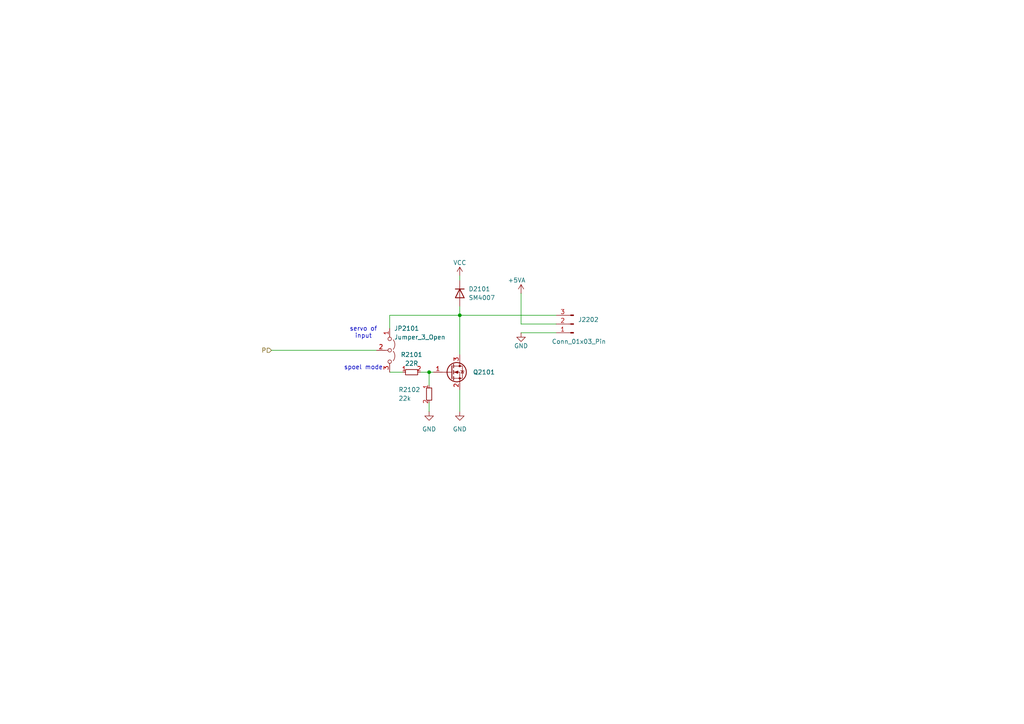
<source format=kicad_sch>
(kicad_sch (version 20231120) (generator "eeschema") (generator_version "8.0")
  (paper "A4")
  (lib_symbols
    (symbol "Connector:Conn_01x03_Pin" (pin_names (offset 1.016) hide)
      (property "Reference" "J" (at 0 5.08 0))
      (property "Value" "Conn_01x03_Pin" (at 0 -5.08 0))
      (symbol "Conn_01x03_Pin_1_1"
        (polyline (pts (xy 1.27 -2.54) (xy 0.8636 -2.54)) (stroke (width 0.1524)))
        (polyline (pts (xy 1.27 0) (xy 0.8636 0)) (stroke (width 0.1524)))
        (polyline (pts (xy 1.27 2.54) (xy 0.8636 2.54)) (stroke (width 0.1524)))
        (rectangle (start 0.8636 -2.413) (end 0 -2.667) (stroke (width 0.1524)) (fill (type outline)))
        (rectangle (start 0.8636 0.127) (end 0 -0.127) (stroke (width 0.1524)) (fill (type outline)))
        (rectangle (start 0.8636 2.667) (end 0 2.413) (stroke (width 0.1524)) (fill (type outline)))
        (pin passive line (at 5.08 2.54 180) (length 3.81) (name "Pin_1") (number "1"))
        (pin passive line (at 5.08 0 180) (length 3.81) (name "Pin_2") (number "2"))
        (pin passive line (at 5.08 -2.54 180) (length 3.81) (name "Pin_3") (number "3"))
      )
    )
    (symbol "Diode:SM4007" (pin_numbers hide) (pin_names hide)
      (property "Reference" "D" (at 0 2.54 0))
      (property "Value" "SM4007" (at 0 -2.54 0))
      (symbol "SM4007_0_1"
        (polyline (pts (xy -1.27 1.27) (xy -1.27 -1.27)) (stroke (width 0.254)))
        (polyline (pts (xy 1.27 0) (xy -1.27 0)))
        (polyline (pts (xy 1.27 1.27) (xy 1.27 -1.27) (xy -1.27 0) (xy 1.27 1.27)) (stroke (width 0.254)))
      )
      (symbol "SM4007_1_1"
        (pin passive line (at -3.81 0 0) (length 2.54) (name "K") (number "1"))
        (pin passive line (at 3.81 0 180) (length 2.54) (name "A") (number "2"))
      )
    )
    (symbol "Jumper:Jumper_3_Open" (pin_names (offset 0) hide) (exclude_from_sim yes) (in_bom no)
      (property "Reference" "JP" (at -2.54 -2.54 0))
      (property "Value" "Jumper_3_Open" (at 0 2.794 0))
      (symbol "Jumper_3_Open_0_0"
        (circle (center -3.302 0) (radius 0.508))
        (circle (center 0 0) (radius 0.508))
        (circle (center 3.302 0) (radius 0.508))
      )
      (symbol "Jumper_3_Open_0_1"
        (arc (start -0.254 1.016) (mid -1.651 1.4992) (end -3.048 1.016))
        (polyline (pts (xy 0 -0.508) (xy 0 -1.27)))
        (arc (start 3.048 1.016) (mid 1.651 1.4992) (end 0.254 1.016))
      )
      (symbol "Jumper_3_Open_1_1"
        (pin passive line (at -6.35 0 0) (length 2.54) (name "A") (number "1"))
        (pin passive line (at 0 -3.81 90) (length 2.54) (name "C") (number "2"))
        (pin passive line (at 6.35 0 180) (length 2.54) (name "B") (number "3"))
      )
    )
    (symbol "custom_kicad_lib_sk:AO3400A" (pin_names hide)
      (property "Reference" "Q" (at 5.08 1.905 0))
      (symbol "AO3400A_0_1"
        (polyline (pts (xy 0.254 0) (xy -2.54 0)))
        (polyline (pts (xy 0.254 1.905) (xy 0.254 -1.905)) (stroke (width 0.254)))
        (polyline (pts (xy 0.762 -1.27) (xy 0.762 -2.286)) (stroke (width 0.254)))
        (polyline (pts (xy 0.762 0.508) (xy 0.762 -0.508)) (stroke (width 0.254)))
        (polyline (pts (xy 0.762 2.286) (xy 0.762 1.27)) (stroke (width 0.254)))
        (polyline (pts (xy 2.54 2.54) (xy 2.54 1.778)))
        (polyline (pts (xy 2.54 -2.54) (xy 2.54 0) (xy 0.762 0)))
        (polyline (pts (xy 0.762 -1.778) (xy 3.302 -1.778) (xy 3.302 1.778) (xy 0.762 1.778)))
        (polyline (pts (xy 1.016 0) (xy 2.032 0.381) (xy 2.032 -0.381) (xy 1.016 0)) (fill (type outline)))
        (polyline (pts (xy 2.794 0.508) (xy 2.921 0.381) (xy 3.683 0.381) (xy 3.81 0.254)))
        (polyline (pts (xy 3.302 0.381) (xy 2.921 -0.254) (xy 3.683 -0.254) (xy 3.302 0.381)))
        (circle (center 1.651 0) (radius 2.794) (stroke (width 0.254)))
        (circle (center 2.54 -1.778) (radius 0.254) (fill (type outline)))
        (circle (center 2.54 1.778) (radius 0.254) (fill (type outline)))
      )
      (symbol "AO3400A_1_1"
        (pin input line (at -5.08 0 0) (length 2.54) (name "G") (number "1"))
        (pin passive line (at 2.54 -5.08 90) (length 2.54) (name "S") (number "2"))
        (pin passive line (at 2.54 5.08 270) (length 2.54) (name "D") (number "3"))
      )
    )
    (symbol "power:+5VA" (power) (pin_numbers hide) (pin_names (offset 0) hide)
      (property "Value" "+5VA" (at 0 3.556 0))
      (symbol "+5VA_0_1"
        (polyline (pts (xy -0.762 1.27) (xy 0 2.54)))
        (polyline (pts (xy 0 0) (xy 0 2.54)))
        (polyline (pts (xy 0 2.54) (xy 0.762 1.27)))
      )
      (symbol "+5VA_1_1"
        (pin power_in line (at 0 0 90) (length 0) (name "~") (number "1"))
      )
    )
    (symbol "power:GND" (power) (pin_numbers hide) (pin_names (offset 0) hide)
      (property "Value" "GND" (at 0 -3.81 0))
      (symbol "GND_0_1"
        (polyline (pts (xy 0 0) (xy 0 -1.27) (xy 1.27 -1.27) (xy 0 -2.54) (xy -1.27 -1.27) (xy 0 -1.27)))
      )
      (symbol "GND_1_1"
        (pin power_in line (at 0 0 270) (length 0) (name "~") (number "1"))
      )
    )
    (symbol "power:VCC" (power) (pin_numbers hide) (pin_names (offset 0) hide)
      (property "Value" "VCC" (at 0 3.556 0))
      (symbol "VCC_0_1"
        (polyline (pts (xy -0.762 1.27) (xy 0 2.54)))
        (polyline (pts (xy 0 0) (xy 0 2.54)))
        (polyline (pts (xy 0 2.54) (xy 0.762 1.27)))
      )
      (symbol "VCC_1_1"
        (pin power_in line (at 0 0 90) (length 0) (name "~") (number "1"))
      )
    )
    (symbol "resistors_0603:R_22R_0603"
      (property "Reference" "R" (at 1.27 2.54 0))
      (property "Value" "22R" (at 2.54 -2.54 0))
      (symbol "R_22R_0603_0_1"
        (rectangle (start -0.762 1.778) (end 0.762 -1.778) (stroke (width 0.2032)))
      )
      (symbol "R_22R_0603_1_1"
        (pin passive line (at 0 2.54 270) (length 0.762) (name "~") (number "1"))
        (pin passive line (at 0 -2.54 90) (length 0.762) (name "~") (number "2"))
      )
    )
    (symbol "resistors_0603:R_22k_0603"
      (property "Reference" "R" (at 1.27 2.54 0))
      (property "Value" "22k" (at 2.54 -2.54 0))
      (symbol "R_22k_0603_0_1"
        (rectangle (start -0.762 1.778) (end 0.762 -1.778) (stroke (width 0.2032)))
      )
      (symbol "R_22k_0603_1_1"
        (pin passive line (at 0 2.54 270) (length 0.762) (name "~") (number "1"))
        (pin passive line (at 0 -2.54 90) (length 0.762) (name "~") (number "2"))
      )
    )
  )
  (junction (at 133.35 91.44))
  (junction (at 124.46 107.95))
  (wire (pts (xy 133.35 88.9) (xy 133.35 91.44)))
  (wire (pts (xy 124.46 107.95) (xy 125.73 107.95)))
  (wire (pts (xy 133.35 113.03) (xy 133.35 119.38)))
  (wire (pts (xy 133.35 80.01) (xy 133.35 81.28)))
  (wire (pts (xy 121.92 107.95) (xy 124.46 107.95)))
  (wire (pts (xy 133.35 91.44) (xy 133.35 102.87)))
  (wire (pts (xy 151.13 93.98) (xy 161.29 93.98)))
  (wire (pts (xy 113.03 91.44) (xy 113.03 95.25)))
  (wire (pts (xy 78.74 101.6) (xy 109.22 101.6)))
  (wire (pts (xy 113.03 91.44) (xy 133.35 91.44)))
  (wire (pts (xy 133.35 91.44) (xy 161.29 91.44)))
  (wire (pts (xy 151.13 85.09) (xy 151.13 93.98)))
  (wire (pts (xy 124.46 107.95) (xy 124.46 111.76)))
  (wire (pts (xy 113.03 107.95) (xy 116.84 107.95)))
  (wire (pts (xy 151.13 96.52) (xy 161.29 96.52)))
  (wire (pts (xy 124.46 116.84) (xy 124.46 119.38)))
  (text "servo of\ninput" (at 105.41 96.52 0) (effects (font (size 1.27 1.27))))
  (text "spoel mode" (at 105.41 106.68 0) (effects (font (size 1.27 1.27))))
  (hierarchical_label "P" (shape input) (at 78.74 101.6 180))
  (symbol (lib_id "power:GND") (at 124.46 119.38 0) (unit 1)
    (property "Reference" "#PWR02204" (effects (hide yes)))
    (property "Value" "GND" (at 124.46 124.46 0))
    (property "Description" "Power symbol creates a global label with name \"GND\" , ground" (effects (hide yes)))
    (instances (project "servoDecoderInCabinet" (path "" (reference "#PWR02204") (unit 1)) (path "" (reference "#PWR02304") (unit 1)) (path "" (reference "#PWR02101") (unit 1)) (path "" (reference "#PWR02401") (unit 1)) (path "" (reference "#PWR02501") (unit 1)) (path "" (reference "#PWR02601") (unit 1)) (path "" (reference "#PWR02701") (unit 1)) (path "" (reference "#PWR02801") (unit 1)) (path "" (reference "#PWR02901") (unit 1)) (path "" (reference "#PWR03001") (unit 1)) (path "" (reference "#PWR03101") (unit 1)) (path "" (reference "#PWR03201") (unit 1)) (path "" (reference "#PWR03301") (unit 1)) (path "" (reference "#PWR03401") (unit 1)) (path "" (reference "#PWR03501") (unit 1)) (path "" (reference "#PWR03601") (unit 1))))
  )
  (symbol (lib_id "power:+5VA") (at 151.13 85.09 0) (unit 1)
    (property "Reference" "#PWR02207" (effects (hide yes)))
    (property "Value" "+5VA" (at 149.86 81.28 0))
    (property "Description" "Power symbol creates a global label with name \"+5VA\"" (effects (hide yes)))
    (instances (project "servoDecoderInCabinet" (path "" (reference "#PWR02207") (unit 1)) (path "" (reference "#PWR02307") (unit 1)) (path "" (reference "#PWR02404") (unit 1)) (path "" (reference "#PWR02504") (unit 1)) (path "" (reference "#PWR02604") (unit 1)) (path "" (reference "#PWR02704") (unit 1)) (path "" (reference "#PWR02804") (unit 1)) (path "" (reference "#PWR02904") (unit 1)) (path "" (reference "#PWR03004") (unit 1)) (path "" (reference "#PWR03104") (unit 1)) (path "" (reference "#PWR03204") (unit 1)) (path "" (reference "#PWR03304") (unit 1)) (path "" (reference "#PWR03404") (unit 1)) (path "" (reference "#PWR03504") (unit 1)) (path "" (reference "#PWR03604") (unit 1)) (path "" (reference "#PWR02104") (unit 1))))
  )
  (symbol (lib_id "resistors_0603:R_22k_0603") (at 124.46 114.3 0) (unit 1)
    (property "Reference" "R2102" (at 115.57 113.03 0) (effects (justify left)))
    (property "Value" "22k" (at 115.57 115.57 0) (effects (justify left)))
    (property "Footprint" "custom_kicad_lib_sk:R_0603_smalltext" (effects (hide yes)))
    (property "JLCPCB Part#" "C31850" (effects (hide yes)))
    (instances (project "servoDecoderInCabinet" (path "" (reference "R2102") (unit 1)) (path "" (reference "R2204") (unit 1)) (path "" (reference "R2304") (unit 1)) (path "" (reference "R2402") (unit 1)) (path "" (reference "R2502") (unit 1)) (path "" (reference "R2602") (unit 1)) (path "" (reference "R2702") (unit 1)) (path "" (reference "R2802") (unit 1)) (path "" (reference "R2902") (unit 1)) (path "" (reference "R3002") (unit 1)) (path "" (reference "R3102") (unit 1)) (path "" (reference "R3202") (unit 1)) (path "" (reference "R3302") (unit 1)) (path "" (reference "R3402") (unit 1)) (path "" (reference "R3502") (unit 1)) (path "" (reference "R3602") (unit 1))))
  )
  (symbol (lib_id "Diode:SM4007") (at 133.35 85.09 270) (unit 1)
    (property "Reference" "D2101" (at 135.89 83.8199 90) (effects (justify left)))
    (property "Value" "SM4007" (at 135.89 86.3599 90) (effects (justify left)))
    (property "Footprint" "Diode_SMD:D_SOD-123F" (effects (hide yes)))
    (property "Datasheet" "http://cdn-reichelt.de/documents/datenblatt/A400/SMD1N400%23DIO.pdf" (effects (hide yes)))
    (property "Description" "1000V 1A General Purpose Rectifier Diode, MELF" (effects (hide yes)))
    (property "Sim.Device" "D" (effects (hide yes)))
    (property "Sim.Pins" "1=K 2=A" (effects (hide yes)))
    (property "JLCPCB Part#" "C64898" (effects (hide yes)))
    (instances (project "servoDecoderInCabinet" (path "" (reference "D2101") (unit 1)) (path "" (reference "D2202") (unit 1)) (path "" (reference "D2302") (unit 1)) (path "" (reference "D2401") (unit 1)) (path "" (reference "D2501") (unit 1)) (path "" (reference "D2601") (unit 1)) (path "" (reference "D2701") (unit 1)) (path "" (reference "D2801") (unit 1)) (path "" (reference "D2901") (unit 1)) (path "" (reference "D3001") (unit 1)) (path "" (reference "D3101") (unit 1)) (path "" (reference "D3201") (unit 1)) (path "" (reference "D3301") (unit 1)) (path "" (reference "D3401") (unit 1)) (path "" (reference "D3501") (unit 1)) (path "" (reference "D3601") (unit 1))))
  )
  (symbol (lib_id "custom_kicad_lib_sk:AO3400A") (at 130.81 107.95 0) (unit 1)
    (property "Reference" "Q2101" (at 137.16 107.95 0) (effects (font (size 1.28 1.28)) (justify left)))
    (property "Value" "AO3400A" (effects (hide yes)))
    (property "Footprint" "Package_TO_SOT_SMD:SOT-23" (effects (hide yes)))
    (property "Datasheet" "http://www.aosmd.com/pdfs/datasheet/AO3400A.pdf" (effects (hide yes)))
    (property "Description" "30V Vds, 5.7A Id, N-Channel MOSFET, SOT-23" (effects (hide yes)))
    (property "JLCPCB Part#" "C20917" (effects (hide yes)))
    (instances (project "servoDecoderInCabinet" (path "" (reference "Q2101") (unit 1)) (path "" (reference "Q2202") (unit 1)) (path "" (reference "Q2302") (unit 1)) (path "" (reference "Q2401") (unit 1)) (path "" (reference "Q2501") (unit 1)) (path "" (reference "Q2601") (unit 1)) (path "" (reference "Q2701") (unit 1)) (path "" (reference "Q2801") (unit 1)) (path "" (reference "Q2901") (unit 1)) (path "" (reference "Q3001") (unit 1)) (path "" (reference "Q3101") (unit 1)) (path "" (reference "Q3201") (unit 1)) (path "" (reference "Q3301") (unit 1)) (path "" (reference "Q3401") (unit 1)) (path "" (reference "Q3501") (unit 1)) (path "" (reference "Q3601") (unit 1))))
  )
  (symbol (lib_id "Jumper:Jumper_3_Open") (at 113.03 101.6 270) (unit 1) (exclude_from_sim yes) (in_bom no)
    (property "Reference" "JP2101" (at 114.3 95.25 90) (effects (justify left)))
    (property "Value" "Jumper_3_Open" (at 114.3 97.79 90) (effects (justify left)))
    (property "Footprint" "Jumper:SolderJumper-3_P1.3mm_Open_RoundedPad1.0x1.5mm" (effects (hide yes)))
    (property "Description" "Jumper, 3-pole, both open" (effects (hide yes)))
    (instances (project "servoDecoderInCabinet" (path "" (reference "JP2101") (unit 1)) (path "" (reference "JP2202") (unit 1)) (path "" (reference "JP2302") (unit 1)) (path "" (reference "JP2401") (unit 1)) (path "" (reference "JP2501") (unit 1)) (path "" (reference "JP2601") (unit 1)) (path "" (reference "JP2701") (unit 1)) (path "" (reference "JP2801") (unit 1)) (path "" (reference "JP2901") (unit 1)) (path "" (reference "JP3001") (unit 1)) (path "" (reference "JP3101") (unit 1)) (path "" (reference "JP3201") (unit 1)) (path "" (reference "JP3301") (unit 1)) (path "" (reference "JP3401") (unit 1)) (path "" (reference "JP3501") (unit 1)) (path "" (reference "JP3601") (unit 1))))
  )
  (symbol (lib_id "resistors_0603:R_22R_0603") (at 119.38 107.95 90) (unit 1)
    (property "Reference" "R2101" (at 119.38 102.87 90))
    (property "Value" "22R" (at 119.38 105.41 90))
    (property "Footprint" "custom_kicad_lib_sk:R_0603_smalltext" (effects (hide yes)))
    (property "JLCPCB Part#" "C23345" (effects (hide yes)))
    (instances (project "servoDecoderInCabinet" (path "" (reference "R2101") (unit 1)) (path "" (reference "R2203") (unit 1)) (path "" (reference "R2303") (unit 1)) (path "" (reference "R2401") (unit 1)) (path "" (reference "R2501") (unit 1)) (path "" (reference "R2601") (unit 1)) (path "" (reference "R2701") (unit 1)) (path "" (reference "R2801") (unit 1)) (path "" (reference "R2901") (unit 1)) (path "" (reference "R3001") (unit 1)) (path "" (reference "R3101") (unit 1)) (path "" (reference "R3201") (unit 1)) (path "" (reference "R3301") (unit 1)) (path "" (reference "R3401") (unit 1)) (path "" (reference "R3501") (unit 1)) (path "" (reference "R3601") (unit 1))))
  )
  (symbol (lib_id "power:VCC") (at 133.35 80.01 0) (unit 1)
    (property "Reference" "#PWR02205" (effects (hide yes)))
    (property "Value" "VCC" (at 133.35 76.2 0))
    (property "Description" "Power symbol creates a global label with name \"VCC\"" (effects (hide yes)))
    (instances (project "servoDecoderInCabinet" (path "" (reference "#PWR02205") (unit 1)) (path "" (reference "#PWR02305") (unit 1)) (path "" (reference "#PWR02102") (unit 1)) (path "" (reference "#PWR02402") (unit 1)) (path "" (reference "#PWR02502") (unit 1)) (path "" (reference "#PWR02602") (unit 1)) (path "" (reference "#PWR02702") (unit 1)) (path "" (reference "#PWR02802") (unit 1)) (path "" (reference "#PWR02902") (unit 1)) (path "" (reference "#PWR03002") (unit 1)) (path "" (reference "#PWR03102") (unit 1)) (path "" (reference "#PWR03202") (unit 1)) (path "" (reference "#PWR03302") (unit 1)) (path "" (reference "#PWR03402") (unit 1)) (path "" (reference "#PWR03502") (unit 1)) (path "" (reference "#PWR03602") (unit 1))))
  )
  (symbol (lib_id "power:GND") (at 133.35 119.38 0) (unit 1)
    (property "Reference" "#PWR02206" (effects (hide yes)))
    (property "Value" "GND" (at 133.35 124.46 0))
    (property "Description" "Power symbol creates a global label with name \"GND\" , ground" (effects (hide yes)))
    (instances (project "servoDecoderInCabinet" (path "" (reference "#PWR02206") (unit 1)) (path "" (reference "#PWR02306") (unit 1)) (path "" (reference "#PWR02103") (unit 1)) (path "" (reference "#PWR02403") (unit 1)) (path "" (reference "#PWR02503") (unit 1)) (path "" (reference "#PWR02603") (unit 1)) (path "" (reference "#PWR02703") (unit 1)) (path "" (reference "#PWR02803") (unit 1)) (path "" (reference "#PWR02903") (unit 1)) (path "" (reference "#PWR03003") (unit 1)) (path "" (reference "#PWR03103") (unit 1)) (path "" (reference "#PWR03203") (unit 1)) (path "" (reference "#PWR03303") (unit 1)) (path "" (reference "#PWR03403") (unit 1)) (path "" (reference "#PWR03503") (unit 1)) (path "" (reference "#PWR03603") (unit 1))))
  )
  (symbol (lib_id "power:GND") (at 151.13 96.52 0) (unit 1)
    (property "Reference" "#PWR02208" (effects (hide yes)))
    (property "Value" "GND" (at 151.13 100.33 0))
    (property "Description" "Power symbol creates a global label with name \"GND\" , ground" (effects (hide yes)))
    (instances (project "servoDecoderInCabinet" (path "" (reference "#PWR02208") (unit 1)) (path "" (reference "#PWR02308") (unit 1)) (path "" (reference "#PWR02405") (unit 1)) (path "" (reference "#PWR02505") (unit 1)) (path "" (reference "#PWR02605") (unit 1)) (path "" (reference "#PWR02705") (unit 1)) (path "" (reference "#PWR02805") (unit 1)) (path "" (reference "#PWR02905") (unit 1)) (path "" (reference "#PWR03005") (unit 1)) (path "" (reference "#PWR03105") (unit 1)) (path "" (reference "#PWR03205") (unit 1)) (path "" (reference "#PWR03305") (unit 1)) (path "" (reference "#PWR03405") (unit 1)) (path "" (reference "#PWR03505") (unit 1)) (path "" (reference "#PWR03605") (unit 1)) (path "" (reference "#PWR02105") (unit 1))))
  )
  (symbol (lib_id "Connector:Conn_01x03_Pin") (at 166.37 93.98 180) (unit 1)
    (property "Reference" "J2202" (at 167.64 92.7099 0) (effects (justify right)))
    (property "Value" "Conn_01x03_Pin" (at 160.02 99.06 0) (effects (justify right)))
    (property "Footprint" "Connector_PinHeader_2.54mm:PinHeader_1x03_P2.54mm_Vertical" (effects (hide yes)))
    (property "Description" "Generic connector, single row, 01x03, script generated" (effects (hide yes)))
    (instances (project "servoDecoderInCabinet" (path "" (reference "J2202") (unit 1)) (path "" (reference "J2302") (unit 1)) (path "" (reference "J2401") (unit 1)) (path "" (reference "J2501") (unit 1)) (path "" (reference "J2601") (unit 1)) (path "" (reference "J2701") (unit 1)) (path "" (reference "J2801") (unit 1)) (path "" (reference "J2901") (unit 1)) (path "" (reference "J3001") (unit 1)) (path "" (reference "J3101") (unit 1)) (path "" (reference "J3201") (unit 1)) (path "" (reference "J3301") (unit 1)) (path "" (reference "J3401") (unit 1)) (path "" (reference "J3501") (unit 1)) (path "" (reference "J3601") (unit 1)) (path "" (reference "J2101") (unit 1))))
  )
)
</source>
